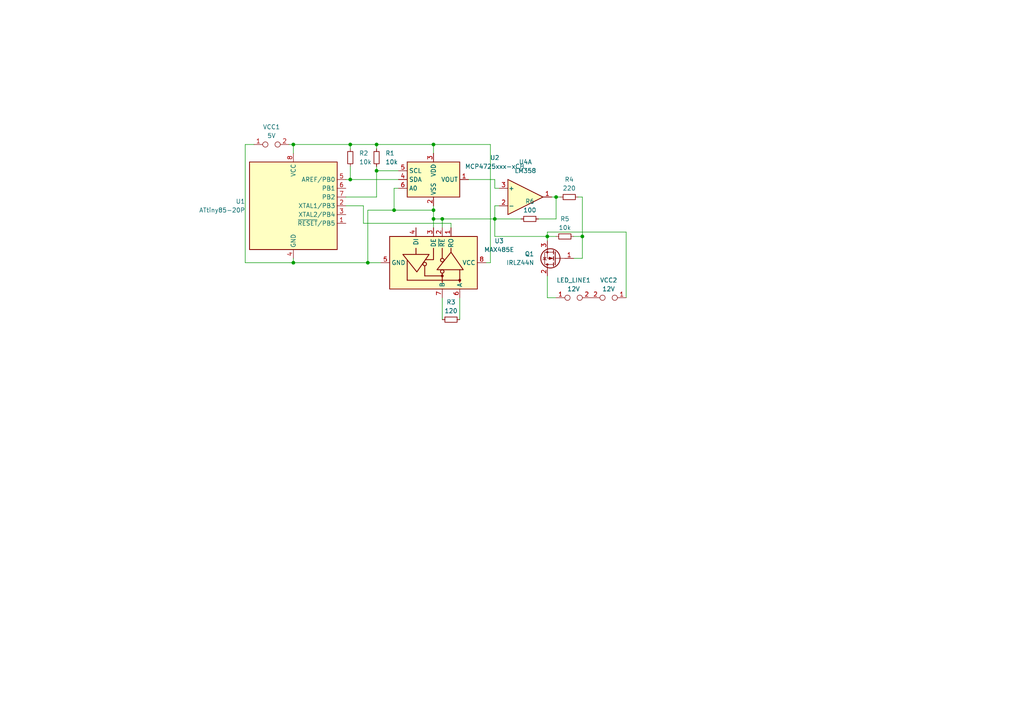
<source format=kicad_sch>
(kicad_sch (version 20231120) (generator "eeschema") (generator_version "8.0")
  (paper "A4")
  (lib_symbols
    (symbol "Amplifier_Operational:LM358" (pin_names (offset 0.127))
      (property "Reference" "U" (at 0 5.08 0))
      (property "Value" "LM358" (at 0 -5.08 0))
      (symbol "LM358_1_1"
        (polyline (pts (xy -5.08 5.08) (xy 5.08 0) (xy -5.08 -5.08) (xy -5.08 5.08)) (stroke (width 0.254)) (fill (type background)))
        (pin output line (at 7.62 0 180) (length 2.54) (name "~") (number "1"))
        (pin input line (at -7.62 -2.54 0) (length 2.54) (name "-") (number "2"))
        (pin input line (at -7.62 2.54 0) (length 2.54) (name "+") (number "3"))
      )
      (symbol "LM358_2_1"
        (polyline (pts (xy -5.08 5.08) (xy 5.08 0) (xy -5.08 -5.08) (xy -5.08 5.08)) (stroke (width 0.254)) (fill (type background)))
        (pin input line (at -7.62 2.54 0) (length 2.54) (name "+") (number "5"))
        (pin input line (at -7.62 -2.54 0) (length 2.54) (name "-") (number "6"))
        (pin output line (at 7.62 0 180) (length 2.54) (name "~") (number "7"))
      )
      (symbol "LM358_3_1"
        (pin power_in line (at -2.54 -7.62 90) (length 3.81) (name "V-") (number "4"))
        (pin power_in line (at -2.54 7.62 270) (length 3.81) (name "V+") (number "8"))
      )
    )
    (symbol "Analog_DAC:MCP4725xxx-xCH"
      (property "Reference" "U" (at -6.35 6.35 0))
      (property "Value" "MCP4725xxx-xCH" (at 8.89 6.35 0))
      (symbol "MCP4725xxx-xCH_0_1"
        (rectangle (start -7.62 5.08) (end 7.62 -5.08) (stroke (width 0.254)) (fill (type background)))
      )
      (symbol "MCP4725xxx-xCH_1_1"
        (pin output line (at 10.16 0 180) (length 2.54) (name "VOUT") (number "1"))
        (pin power_in line (at 0 -7.62 90) (length 2.54) (name "VSS") (number "2"))
        (pin power_in line (at 0 7.62 270) (length 2.54) (name "VDD") (number "3"))
        (pin bidirectional line (at -10.16 0 0) (length 2.54) (name "SDA") (number "4"))
        (pin input line (at -10.16 2.54 0) (length 2.54) (name "SCL") (number "5"))
        (pin input line (at -10.16 -2.54 0) (length 2.54) (name "A0") (number "6"))
      )
    )
    (symbol "Connector:TestPoint_2Pole" (pin_names (offset 0.762) hide)
      (property "Reference" "TP" (at 0 1.524 0))
      (property "Value" "TestPoint_2Pole" (at 0 -1.778 0))
      (symbol "TestPoint_2Pole_0_1"
        (circle (center -1.778 0) (radius 0.762))
        (circle (center 1.778 0) (radius 0.762))
        (pin passive line (at -5.08 0 0) (length 2.54) (name "1") (number "1"))
        (pin passive line (at 5.08 0 180) (length 2.54) (name "2") (number "2"))
      )
    )
    (symbol "Device:R_Small" (pin_numbers hide) (pin_names (offset 0.254) hide)
      (property "Reference" "R" (at 0.762 0.508 0))
      (property "Value" "R_Small" (at 0.762 -1.016 0))
      (symbol "R_Small_0_1"
        (rectangle (start -0.762 1.778) (end 0.762 -1.778) (stroke (width 0.2032)))
      )
      (symbol "R_Small_1_1"
        (pin passive line (at 0 2.54 270) (length 0.762) (name "~") (number "1"))
        (pin passive line (at 0 -2.54 90) (length 0.762) (name "~") (number "2"))
      )
    )
    (symbol "Interface_UART:MAX485E"
      (property "Reference" "U" (at -6.985 13.97 0))
      (property "Value" "MAX485E" (at 1.905 13.97 0))
      (symbol "MAX485E_0_1"
        (rectangle (start -7.62 12.7) (end 7.62 -12.7) (stroke (width 0.254)) (fill (type background)))
        (polyline (pts (xy -4.191 2.54) (xy -1.27 2.54)) (stroke (width 0.254)))
        (polyline (pts (xy -2.54 -5.08) (xy -4.191 -5.08)) (stroke (width 0.254)))
        (polyline (pts (xy -0.635 -7.62) (xy 5.08 -7.62)) (stroke (width 0.254)))
        (polyline (pts (xy 0.889 -2.54) (xy 3.81 -2.54)) (stroke (width 0.254)))
        (polyline (pts (xy 2.032 7.62) (xy 5.715 7.62)) (stroke (width 0.254)))
        (polyline (pts (xy 3.048 2.54) (xy 5.715 2.54)) (stroke (width 0.254)))
        (polyline (pts (xy 3.81 -2.54) (xy 3.81 2.54)) (stroke (width 0.254)))
        (polyline (pts (xy 5.08 -7.62) (xy 5.08 7.62)) (stroke (width 0.254)))
        (polyline (pts (xy -4.191 0) (xy -0.889 0) (xy -0.889 -2.286)) (stroke (width 0.254)))
        (polyline (pts (xy -3.175 5.08) (xy -4.191 5.08) (xy -4.064 5.08)) (stroke (width 0.254)))
        (polyline (pts (xy -2.413 -5.08) (xy -2.413 -1.27) (xy 2.667 -4.826) (xy -2.413 -8.89) (xy -2.413 -5.08)) (stroke (width 0.254)))
        (circle (center 0.381 -2.54) (radius 0.508) (stroke (width 0.254)))
        (circle (center 3.81 2.54) (radius 0.2794) (stroke (width 0.254)) (fill (type outline)))
      )
      (symbol "MAX485E_1_1"
        (circle (center -0.762 2.54) (radius 0.508) (stroke (width 0.254)))
        (polyline (pts (xy 2.032 4.826) (xy 2.032 8.636) (xy -3.048 5.08) (xy 2.032 1.016) (xy 2.032 4.826)) (stroke (width 0.254)))
        (circle (center 2.54 2.54) (radius 0.508) (stroke (width 0.254)))
        (circle (center 5.08 7.62) (radius 0.2794) (stroke (width 0.254)) (fill (type outline)))
        (pin output line (at -10.16 5.08 0) (length 2.54) (name "RO") (number "1"))
        (pin input line (at -10.16 2.54 0) (length 2.54) (name "~{RE}") (number "2"))
        (pin input line (at -10.16 0 0) (length 2.54) (name "DE") (number "3"))
        (pin input line (at -10.16 -5.08 0) (length 2.54) (name "DI") (number "4"))
        (pin power_in line (at 0 -15.24 90) (length 2.54) (name "GND") (number "5"))
        (pin bidirectional line (at 10.16 7.62 180) (length 2.54) (name "A") (number "6"))
        (pin bidirectional line (at 10.16 2.54 180) (length 2.54) (name "B") (number "7"))
        (pin power_in line (at 0 15.24 270) (length 2.54) (name "VCC") (number "8"))
      )
    )
    (symbol "MCU_Microchip_ATtiny:ATtiny85-20P"
      (property "Reference" "U" (at -12.7 13.97 0))
      (property "Value" "ATtiny85-20P" (at 2.54 -13.97 0))
      (symbol "ATtiny85-20P_0_1"
        (rectangle (start -12.7 -12.7) (end 12.7 12.7) (stroke (width 0.254)) (fill (type background)))
      )
      (symbol "ATtiny85-20P_1_1"
        (pin bidirectional line (at 15.24 -5.08 180) (length 2.54) (name "~{RESET}/PB5") (number "1"))
        (pin bidirectional line (at 15.24 0 180) (length 2.54) (name "XTAL1/PB3") (number "2"))
        (pin bidirectional line (at 15.24 -2.54 180) (length 2.54) (name "XTAL2/PB4") (number "3"))
        (pin power_in line (at 0 -15.24 90) (length 2.54) (name "GND") (number "4"))
        (pin bidirectional line (at 15.24 7.62 180) (length 2.54) (name "AREF/PB0") (number "5"))
        (pin bidirectional line (at 15.24 5.08 180) (length 2.54) (name "PB1") (number "6"))
        (pin bidirectional line (at 15.24 2.54 180) (length 2.54) (name "PB2") (number "7"))
        (pin power_in line (at 0 15.24 270) (length 2.54) (name "VCC") (number "8"))
      )
    )
    (symbol "Transistor_FET:IRLZ44N" (pin_names hide)
      (property "Reference" "Q" (at 5.08 1.905 0))
      (property "Value" "IRLZ44N" (at 5.08 0 0))
      (symbol "IRLZ44N_0_1"
        (polyline (pts (xy 0.254 0) (xy -2.54 0)))
        (polyline (pts (xy 0.254 1.905) (xy 0.254 -1.905)) (stroke (width 0.254)))
        (polyline (pts (xy 0.762 -1.27) (xy 0.762 -2.286)) (stroke (width 0.254)))
        (polyline (pts (xy 0.762 0.508) (xy 0.762 -0.508)) (stroke (width 0.254)))
        (polyline (pts (xy 0.762 2.286) (xy 0.762 1.27)) (stroke (width 0.254)))
        (polyline (pts (xy 2.54 2.54) (xy 2.54 1.778)))
        (polyline (pts (xy 2.54 -2.54) (xy 2.54 0) (xy 0.762 0)))
        (polyline (pts (xy 0.762 -1.778) (xy 3.302 -1.778) (xy 3.302 1.778) (xy 0.762 1.778)))
        (polyline (pts (xy 1.016 0) (xy 2.032 0.381) (xy 2.032 -0.381) (xy 1.016 0)) (fill (type outline)))
        (polyline (pts (xy 2.794 0.508) (xy 2.921 0.381) (xy 3.683 0.381) (xy 3.81 0.254)))
        (polyline (pts (xy 3.302 0.381) (xy 2.921 -0.254) (xy 3.683 -0.254) (xy 3.302 0.381)))
        (circle (center 1.651 0) (radius 2.794) (stroke (width 0.254)))
        (circle (center 2.54 -1.778) (radius 0.254) (fill (type outline)))
        (circle (center 2.54 1.778) (radius 0.254) (fill (type outline)))
      )
      (symbol "IRLZ44N_1_1"
        (pin input line (at -5.08 0 0) (length 2.54) (name "G") (number "1"))
        (pin passive line (at 2.54 5.08 270) (length 2.54) (name "D") (number "2"))
        (pin passive line (at 2.54 -5.08 90) (length 2.54) (name "S") (number "3"))
      )
    )
  )
  (junction (at 85.09 76.2))
  (junction (at 128.27 63.5))
  (junction (at 125.73 60.96))
  (junction (at 158.75 68.58))
  (junction (at 114.3 60.96))
  (junction (at 101.6 41.91))
  (junction (at 143.51 63.5))
  (junction (at 161.29 57.15))
  (junction (at 109.22 41.91))
  (junction (at 101.6 52.07))
  (junction (at 125.73 41.91))
  (junction (at 106.68 76.2))
  (junction (at 109.22 49.53))
  (junction (at 168.91 68.58))
  (junction (at 85.09 41.91))
  (junction (at 125.73 63.5))
  (wire (pts (xy 128.27 92.71) (xy 128.27 86.36)))
  (wire (pts (xy 109.22 49.53) (xy 109.22 57.15)))
  (wire (pts (xy 125.73 41.91) (xy 125.73 44.45)))
  (wire (pts (xy 105.41 64.77) (xy 105.41 59.69)))
  (wire (pts (xy 106.68 76.2) (xy 110.49 76.2)))
  (wire (pts (xy 100.33 52.07) (xy 101.6 52.07)))
  (wire (pts (xy 181.61 67.31) (xy 158.75 67.31)))
  (wire (pts (xy 101.6 48.26) (xy 101.6 52.07)))
  (wire (pts (xy 114.3 54.61) (xy 114.3 60.96)))
  (wire (pts (xy 101.6 52.07) (xy 115.57 52.07)))
  (wire (pts (xy 106.68 60.96) (xy 114.3 60.96)))
  (wire (pts (xy 143.51 59.69) (xy 143.51 63.5)))
  (wire (pts (xy 161.29 57.15) (xy 160.02 57.15)))
  (wire (pts (xy 85.09 74.93) (xy 85.09 76.2)))
  (wire (pts (xy 144.78 59.69) (xy 143.51 59.69)))
  (wire (pts (xy 85.09 44.45) (xy 85.09 41.91)))
  (wire (pts (xy 109.22 49.53) (xy 115.57 49.53)))
  (wire (pts (xy 181.61 86.36) (xy 181.61 67.31)))
  (wire (pts (xy 125.73 63.5) (xy 125.73 66.04)))
  (wire (pts (xy 125.73 60.96) (xy 125.73 63.5)))
  (wire (pts (xy 142.24 76.2) (xy 142.24 41.91)))
  (wire (pts (xy 125.73 60.96) (xy 125.73 59.69)))
  (wire (pts (xy 158.75 67.31) (xy 158.75 68.58)))
  (wire (pts (xy 114.3 54.61) (xy 115.57 54.61)))
  (wire (pts (xy 73.66 41.91) (xy 71.12 41.91)))
  (wire (pts (xy 109.22 41.91) (xy 109.22 43.18)))
  (wire (pts (xy 71.12 41.91) (xy 71.12 76.2)))
  (wire (pts (xy 143.51 63.5) (xy 151.13 63.5)))
  (wire (pts (xy 166.37 68.58) (xy 168.91 68.58)))
  (wire (pts (xy 158.75 86.36) (xy 158.75 80.01)))
  (wire (pts (xy 143.51 63.5) (xy 143.51 68.58)))
  (wire (pts (xy 161.29 86.36) (xy 158.75 86.36)))
  (wire (pts (xy 143.51 54.61) (xy 143.51 52.07)))
  (wire (pts (xy 144.78 54.61) (xy 143.51 54.61)))
  (wire (pts (xy 106.68 76.2) (xy 106.68 60.96)))
  (wire (pts (xy 168.91 57.15) (xy 167.64 57.15)))
  (wire (pts (xy 109.22 57.15) (xy 100.33 57.15)))
  (wire (pts (xy 130.81 64.77) (xy 105.41 64.77)))
  (wire (pts (xy 133.35 92.71) (xy 133.35 86.36)))
  (wire (pts (xy 101.6 41.91) (xy 101.6 43.18)))
  (wire (pts (xy 168.91 68.58) (xy 168.91 74.93)))
  (wire (pts (xy 162.56 57.15) (xy 161.29 57.15)))
  (wire (pts (xy 85.09 76.2) (xy 106.68 76.2)))
  (wire (pts (xy 158.75 68.58) (xy 158.75 69.85)))
  (wire (pts (xy 71.12 76.2) (xy 85.09 76.2)))
  (wire (pts (xy 130.81 66.04) (xy 130.81 64.77)))
  (wire (pts (xy 156.21 63.5) (xy 161.29 63.5)))
  (wire (pts (xy 140.97 76.2) (xy 142.24 76.2)))
  (wire (pts (xy 109.22 48.26) (xy 109.22 49.53)))
  (wire (pts (xy 135.89 52.07) (xy 143.51 52.07)))
  (wire (pts (xy 168.91 57.15) (xy 168.91 68.58)))
  (wire (pts (xy 161.29 63.5) (xy 161.29 57.15)))
  (wire (pts (xy 143.51 68.58) (xy 158.75 68.58)))
  (wire (pts (xy 125.73 63.5) (xy 128.27 63.5)))
  (wire (pts (xy 109.22 41.91) (xy 125.73 41.91)))
  (wire (pts (xy 168.91 74.93) (xy 166.37 74.93)))
  (wire (pts (xy 85.09 41.91) (xy 101.6 41.91)))
  (wire (pts (xy 142.24 41.91) (xy 125.73 41.91)))
  (wire (pts (xy 83.82 41.91) (xy 85.09 41.91)))
  (wire (pts (xy 100.33 59.69) (xy 105.41 59.69)))
  (wire (pts (xy 158.75 68.58) (xy 161.29 68.58)))
  (wire (pts (xy 114.3 60.96) (xy 125.73 60.96)))
  (wire (pts (xy 128.27 63.5) (xy 143.51 63.5)))
  (wire (pts (xy 128.27 63.5) (xy 128.27 66.04)))
  (wire (pts (xy 101.6 41.91) (xy 109.22 41.91)))
  (symbol (lib_id "Interface_UART:MAX485E") (at 125.73 76.2 270) (unit 1)
    (property "Reference" "U3" (at 144.78 69.8814 90))
    (property "Value" "MAX485E" (at 144.78 72.4214 90))
    (property "Footprint" "Package_SO:SOIC-8_3.9x4.9mm_P1.27mm" (effects (hide yes)))
    (property "Datasheet" "https://datasheets.maximintegrated.com/en/ds/MAX1487E-MAX491E.pdf" (effects (hide yes)))
    (property "Description" "Half duplex RS-485/RS-422, 2.5 Mbps, ±15kV electro-static discharge (ESD) protection, no slew-rate, no low-power shutdown, with receiver/driver enable, 32 receiver drive capability, DIP-8 and SOIC-8" (effects (hide yes)))
  )
  (symbol (lib_id "Amplifier_Operational:LM358") (at 152.4 57.15 0) (unit 1)
    (property "Reference" "U4" (at 152.4 46.99 0))
    (property "Value" "LM358" (at 152.4 49.53 0))
    (property "Footprint" "Package_DIP:DIP-8_W7.62mm" (effects (hide yes)))
    (property "Datasheet" "http://www.ti.com/lit/ds/symlink/lm2904-n.pdf" (effects (hide yes)))
    (property "Description" "Low-Power, Dual Operational Amplifiers, DIP-8/SOIC-8/TO-99-8" (effects (hide yes)))
  )
  (symbol (lib_id "Connector:TestPoint_2Pole") (at 166.37 86.36 0) (unit 1)
    (property "Reference" "LED_LINE1" (at 166.37 81.28 0))
    (property "Value" "12V" (at 166.37 83.82 0))
    (property "Footprint" "user_library:TestPoint 2pin" (effects (hide yes)))
    (property "Description" "2-polar test point" (effects (hide yes)))
  )
  (symbol (lib_id "Analog_DAC:MCP4725xxx-xCH") (at 125.73 52.07 0) (unit 1)
    (property "Reference" "U2" (at 143.51 45.7514 0))
    (property "Value" "MCP4725xxx-xCH" (at 143.51 48.2914 0))
    (property "Footprint" "Package_TO_SOT_SMD:SOT-23-6" (effects (hide yes)))
    (property "Datasheet" "http://ww1.microchip.com/downloads/en/DeviceDoc/22039d.pdf" (effects (hide yes)))
    (property "Description" "12-bit Digital-to-Analog Converter, integrated EEPROM, I2C interface, SOT-23-6" (effects (hide yes)))
  )
  (symbol (lib_id "Device:R_Small") (at 153.67 63.5 90) (unit 1)
    (property "Reference" "R6" (at 153.67 58.42 90))
    (property "Value" "100" (at 153.67 60.96 90))
    (property "Footprint" "Resistor_SMD:R_0805_2012Metric" (effects (hide yes)))
    (property "Description" "Resistor, small symbol" (effects (hide yes)))
  )
  (symbol (lib_id "Device:R_Small") (at 101.6 45.72 0) (unit 1)
    (property "Reference" "R2" (at 104.14 44.4499 0) (effects (justify left)))
    (property "Value" "10k" (at 104.14 46.9899 0) (effects (justify left)))
    (property "Footprint" "Resistor_SMD:R_0805_2012Metric" (effects (hide yes)))
    (property "Description" "Resistor, small symbol" (effects (hide yes)))
  )
  (symbol (lib_id "Device:R_Small") (at 130.81 92.71 90) (unit 1)
    (property "Reference" "R3" (at 130.81 87.63 90))
    (property "Value" "120" (at 130.81 90.17 90))
    (property "Footprint" "Resistor_SMD:R_0805_2012Metric" (effects (hide yes)))
    (property "Description" "Resistor, small symbol" (effects (hide yes)))
  )
  (symbol (lib_id "Device:R_Small") (at 163.83 68.58 90) (unit 1)
    (property "Reference" "R5" (at 163.83 63.5 90))
    (property "Value" "10k" (at 163.83 66.04 90))
    (property "Footprint" "Resistor_SMD:R_0805_2012Metric" (effects (hide yes)))
    (property "Description" "Resistor, small symbol" (effects (hide yes)))
  )
  (symbol (lib_id "Connector:TestPoint_2Pole") (at 176.53 86.36 180) (unit 1)
    (property "Reference" "VCC2" (at 176.53 81.28 0))
    (property "Value" "12V" (at 176.53 83.82 0))
    (property "Footprint" "user_library:TestPoint 2pin" (effects (hide yes)))
    (property "Description" "2-polar test point" (effects (hide yes)))
  )
  (symbol (lib_id "MCU_Microchip_ATtiny:ATtiny85-20P") (at 85.09 59.69 0) (unit 1)
    (property "Reference" "U1" (at 71.12 58.4199 0) (effects (justify right)))
    (property "Value" "ATtiny85-20P" (at 71.12 60.9599 0) (effects (justify right)))
    (property "Footprint" "Package_DIP:DIP-8_W7.62mm" (effects (hide yes)))
    (property "Datasheet" "http://ww1.microchip.com/downloads/en/DeviceDoc/atmel-2586-avr-8-bit-microcontroller-attiny25-attiny45-attiny85_datasheet.pdf" (effects (hide yes)))
    (property "Description" "20MHz, 8kB Flash, 512B SRAM, 512B EEPROM, debugWIRE, DIP-8" (effects (hide yes)))
  )
  (symbol (lib_id "Device:R_Small") (at 165.1 57.15 90) (unit 1)
    (property "Reference" "R4" (at 165.1 52.07 90))
    (property "Value" "220" (at 165.1 54.61 90))
    (property "Footprint" "Resistor_SMD:R_0805_2012Metric" (effects (hide yes)))
    (property "Description" "Resistor, small symbol" (effects (hide yes)))
  )
  (symbol (lib_id "Transistor_FET:IRLZ44N") (at 161.29 74.93 180) (unit 1)
    (property "Reference" "Q1" (at 154.94 73.6599 0) (effects (justify left)))
    (property "Value" "IRLZ44N" (at 154.94 76.1999 0) (effects (justify left)))
    (property "Footprint" "Package_TO_SOT_THT:TO-220-3_Vertical" (effects (hide yes)))
    (property "Datasheet" "http://www.irf.com/product-info/datasheets/data/irlz44n.pdf" (effects (hide yes)))
    (property "Description" "47A Id, 55V Vds, 22mOhm Rds Single N-Channel HEXFET Power MOSFET, TO-220AB" (effects (hide yes)))
  )
  (symbol (lib_id "Connector:TestPoint_2Pole") (at 78.74 41.91 0) (unit 1)
    (property "Reference" "VCC1" (at 78.74 36.83 0))
    (property "Value" "5V" (at 78.74 39.37 0))
    (property "Footprint" "user_library:TestPoint 2pin" (effects (hide yes)))
    (property "Description" "2-polar test point" (effects (hide yes)))
  )
  (symbol (lib_id "Device:R_Small") (at 109.22 45.72 0) (unit 1)
    (property "Reference" "R1" (at 111.76 44.4499 0) (effects (justify left)))
    (property "Value" "10k" (at 111.76 46.9899 0) (effects (justify left)))
    (property "Footprint" "Resistor_SMD:R_0805_2012Metric" (effects (hide yes)))
    (property "Description" "Resistor, small symbol" (effects (hide yes)))
  )
)
</source>
